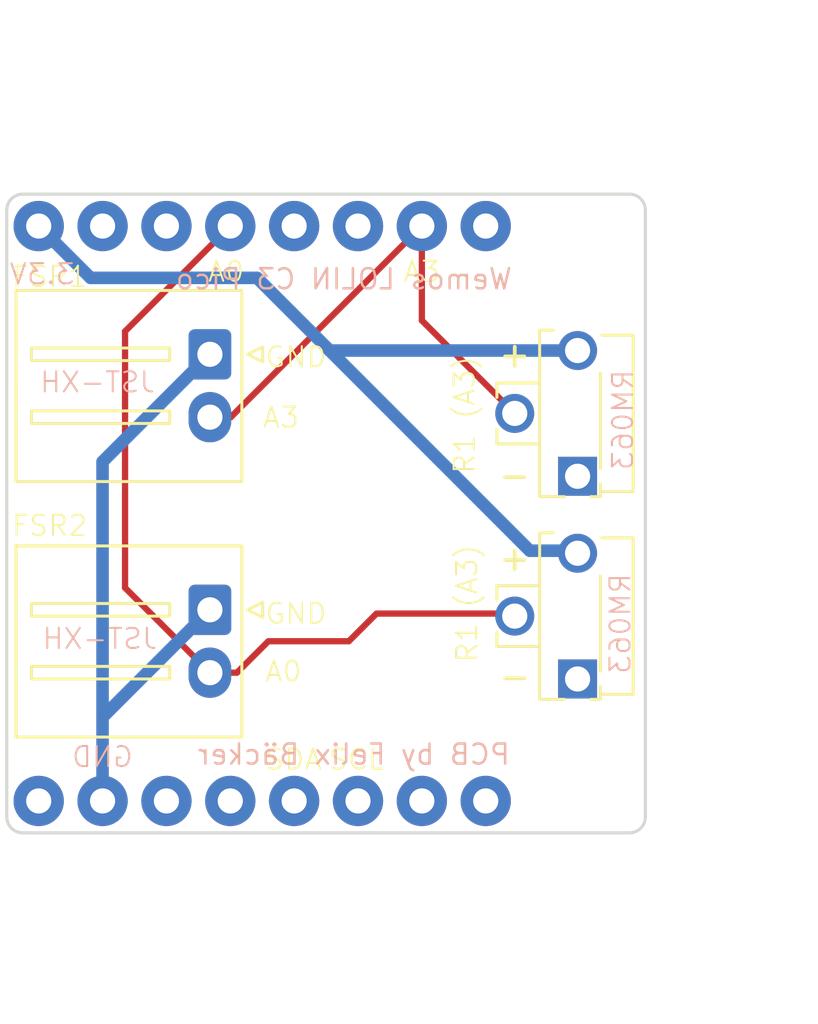
<source format=kicad_pcb>
(kicad_pcb (version 20221018) (generator pcbnew)
  (title_block (title "FSR Bed Sensor PCB for Wemos Lolin-ESP32-C3  ") (rev "V2"))
  (layers (0 "F.Cu" signal) (31 "B.Cu" signal) (34 "B.Paste" user) (35 "F.Paste" user) (36 "B.SilkS" user "B.Silkscreen") (37 "F.SilkS" user "F.Silkscreen") (38 "B.Mask" user) (39 "F.Mask" user) (44 "Edge.Cuts" user))
  (net 0 "")
  (net 1 "VIN")
  (net 2 "GND")
  (net 3 "3.3V")
  (net 4 "RST")
  (net 5 "A3")
  (net 6 "A2")
  (net 7 "A1")
  (net 8 "A0")
  (net 9 "A4")
  (net 10 "A5")
  (net 11 "SCL")
  (net 12 "SDA")
  (footprint "Potentiometer_THT:Potentiometer_Runtron_RM-063_Horizontal" (layer "F.Cu") (at 52.79 49 -90)
    (fp_text reference "R1 (A3)" (at 2 4.4 90) (layer "F.SilkS") (effects (font (size 0.8 0.8) (thickness 0.08))))
    (fp_text value "Potentiometer_Runtron_RM-063_Horizontal")
    (fp_text user "RM063" (at 2.8 -1.7 90 unlocked) (layer "B.SilkS") (effects (font (size 0.8 0.8) (thickness 0.08)) (justify mirror)))
    (fp_text user "+" (at 0.2 2.5 unlocked) (layer "F.SilkS"))
    (fp_text user "-" (at 4.9 2.5 unlocked) (layer "F.SilkS"))
    (fp_line (start -0.81 0.96) (end -0.81 1.51) (stroke (width 0.12)) (layer "F.SilkS"))
    (fp_line (start -0.81 1.51) (end 5.81 1.51) (stroke (width 0.12)) (layer "F.SilkS"))
    (fp_line (start -0.61 -2.21) (end 5.61 -2.21) (stroke (width 0.12)) (layer "F.SilkS"))
    (fp_line (start -0.61 -0.96) (end -0.61 -2.2) (stroke (width 0.12)) (layer "F.SilkS"))
    (fp_line (start 0.9 -0.91) (end 4.7 -0.91) (stroke (width 0.12)) (layer "F.SilkS"))
    (fp_line (start 1.29 1.51) (end 1.29 3.21) (stroke (width 0.12)) (layer "F.SilkS"))
    (fp_line (start 1.29 3.21) (end 1.86 3.21) (stroke (width 0.12)) (layer "F.SilkS"))
    (fp_line (start 3.14 3.21) (end 3.71 3.21) (stroke (width 0.12)) (layer "F.SilkS"))
    (fp_line (start 3.71 1.51) (end 3.71 3.21) (stroke (width 0.12)) (layer "F.SilkS"))
    (fp_line (start 5.29 -0.91) (end 5.81 -0.91) (stroke (width 0.12)) (layer "F.SilkS"))
    (fp_line (start 5.61 -2.21) (end 5.61 -0.91) (stroke (width 0.12)) (layer "F.SilkS"))
    (fp_line (start 5.81 -0.91) (end 5.81 -0.52) (stroke (width 0.12)) (layer "F.SilkS"))
    (fp_line (start 5.81 1.51) (end 5.81 0.52) (stroke (width 0.12)) (layer "F.SilkS"))
    (pad "1" thru_hole oval (at 0 0 270) (size 1.55 1.55) (drill 1) (layers "*.Cu" "*.Mask") (net 3 "3.3V"))
    (pad "2" thru_hole circle (at 2.5 2.5 270) (size 1.55 1.55) (drill 1) (layers "*.Cu" "*.Mask") (net 8 "A0"))
    (pad "3" thru_hole rect (at 5 0 270) (size 1.55 1.55) (drill 1) (layers "*.Cu" "*.Mask"))
  )
  (footprint "Potentiometer_THT:Potentiometer_Runtron_RM-063_Horizontal" (layer "F.Cu") (at 52.79 40.94 -90)
    (fp_text reference "R1 (A3)" (at 2.56 4.5 90) (layer "F.SilkS") (effects (font (size 0.8 0.8) (thickness 0.08))))
    (fp_text value "Potentiometer_Runtron_RM-063_Horizontal")
    (fp_text user "RM063" (at 2.76 -1.8 90 unlocked) (layer "B.SilkS") (effects (font (size 0.8 0.8) (thickness 0.08)) (justify mirror)))
    (fp_text user "-" (at 4.96 2.5 unlocked) (layer "F.SilkS"))
    (fp_text user "+" (at 0.16 2.5 unlocked) (layer "F.SilkS"))
    (fp_line (start -0.81 0.96) (end -0.81 1.51) (stroke (width 0.12)) (layer "F.SilkS"))
    (fp_line (start -0.81 1.51) (end 5.81 1.51) (stroke (width 0.12)) (layer "F.SilkS"))
    (fp_line (start -0.61 -2.21) (end 5.61 -2.21) (stroke (width 0.12)) (layer "F.SilkS"))
    (fp_line (start -0.61 -0.96) (end -0.61 -2.2) (stroke (width 0.12)) (layer "F.SilkS"))
    (fp_line (start 0.9 -0.91) (end 4.7 -0.91) (stroke (width 0.12)) (layer "F.SilkS"))
    (fp_line (start 1.29 1.51) (end 1.29 3.21) (stroke (width 0.12)) (layer "F.SilkS"))
    (fp_line (start 1.29 3.21) (end 1.86 3.21) (stroke (width 0.12)) (layer "F.SilkS"))
    (fp_line (start 3.14 3.21) (end 3.71 3.21) (stroke (width 0.12)) (layer "F.SilkS"))
    (fp_line (start 3.71 1.51) (end 3.71 3.21) (stroke (width 0.12)) (layer "F.SilkS"))
    (fp_line (start 5.29 -0.91) (end 5.81 -0.91) (stroke (width 0.12)) (layer "F.SilkS"))
    (fp_line (start 5.61 -2.21) (end 5.61 -0.91) (stroke (width 0.12)) (layer "F.SilkS"))
    (fp_line (start 5.81 -0.91) (end 5.81 -0.52) (stroke (width 0.12)) (layer "F.SilkS"))
    (fp_line (start 5.81 1.51) (end 5.81 0.52) (stroke (width 0.12)) (layer "F.SilkS"))
    (pad "1" thru_hole oval (at 0 0 270) (size 1.55 1.55) (drill 1) (layers "*.Cu" "*.Mask") (net 3 "3.3V"))
    (pad "2" thru_hole circle (at 2.5 2.5 270) (size 1.55 1.55) (drill 1) (layers "*.Cu" "*.Mask") (net 5 "A3"))
    (pad "3" thru_hole rect (at 5 0 270) (size 1.55 1.55) (drill 1) (layers "*.Cu" "*.Mask"))
  )
  (footprint "Connector_JST:JST_XH_S2B-XH-A-1_1x02_P2.50mm_Horizontal" (layer "F.Cu") (at 30.065 42.34 -90)
    (fp_text reference "FSR1" (at -4.34 -1.725) (layer "F.SilkS") (effects (font (size 0.8 0.8) (thickness 0.08))))
    (fp_text value "ST_XH_S2B-XH-A-1_1x02_P2.50mm_Horizontal" hide)
    (fp_line (start -1.55 -10.2) (end -0.95 -10.2) (stroke (width 0.12)) (layer "F.SilkS"))
    (fp_line (start -1.5 -6.5) (end -1.5 -1) (stroke (width 0.12)) (layer "F.SilkS"))
    (fp_line (start -1.5 -1) (end -1 -1) (stroke (width 0.12)) (layer "F.SilkS"))
    (fp_line (start -1.25 -9.6) (end -1.55 -10.2) (stroke (width 0.12)) (layer "F.SilkS"))
    (fp_line (start -1 -6.5) (end -1.5 -6.5) (stroke (width 0.12)) (layer "F.SilkS"))
    (fp_line (start -1 -1) (end -1 -6.5) (stroke (width 0.12)) (layer "F.SilkS"))
    (fp_line (start -0.95 -10.2) (end -1.25 -9.6) (stroke (width 0.12)) (layer "F.SilkS"))
    (fp_line (start 0 -0.39) (end 3.81 -0.39) (stroke (width 0.12)) (layer "F.SilkS"))
    (fp_line (start 1 -6.5) (end 1 -1) (stroke (width 0.12)) (layer "F.SilkS"))
    (fp_line (start 1 -1) (end 1.5 -1) (stroke (width 0.12)) (layer "F.SilkS"))
    (fp_line (start 1.5 -6.5) (end 1 -6.5) (stroke (width 0.12)) (layer "F.SilkS"))
    (fp_line (start 1.5 -1) (end 1.5 -6.5) (stroke (width 0.12)) (layer "F.SilkS"))
    (fp_rect (start 3.81 -0.39) (end -3.79 -9.37) (stroke (width 0.12)) (fill none) (layer "F.SilkS"))
    (pad "1" thru_hole roundrect (at -1.25 -8.1) (size 1.7 2) (drill 1) (layers "*.Cu" "*.Mask") (roundrect_rratio 0.1470588235) (net 2 "GND"))
    (pad "2" thru_hole oval (at 1.25 -8.1) (size 1.7 2) (drill 1) (layers "*.Cu" "*.Mask") (net 5 "A3"))
  )
  (footprint "MountingHole:MountingHole_2.2mm_M2" (layer "F.Cu") (at 52.89 57.54)
    (fp_text reference "REF**" hide)
    (fp_text value "MountingHole_2.2mm_M2")
    (pad "" np_thru_hole circle (at 0 0.04) (size 2.2 2.2) (drill 2.2) (layers "*.Cu" "*.Mask"))
  )
  (footprint "MountingHole:MountingHole_2.2mm_M2" (layer "F.Cu") (at 52.89 37.3)
    (fp_text reference "REF**" hide)
    (fp_text value "MountingHole_2.2mm_M2")
    (pad "" np_thru_hole circle (at 0 0) (size 2.2 2.2) (drill 2.2) (layers "*.Cu" "*.Mask"))
  )
  (footprint "Connector_JST:JST_XH_S2B-XH-A-1_1x02_P2.50mm_Horizontal" (layer "F.Cu") (at 30.065 52.5 -90)
    (fp_text reference "FSR2" (at -4.6 -1.725) (layer "F.SilkS") (effects (font (size 0.8 0.8) (thickness 0.08))))
    (fp_text value "JST_XH_S2B-XH-A-1_1x02_P2.50mm_Horizontal" hide)
    (fp_line (start -1.55 -10.2) (end -0.95 -10.2) (stroke (width 0.12)) (layer "F.SilkS"))
    (fp_line (start -1.5 -6.5) (end -1.5 -1) (stroke (width 0.12)) (layer "F.SilkS"))
    (fp_line (start -1.5 -1) (end -1 -1) (stroke (width 0.12)) (layer "F.SilkS"))
    (fp_line (start -1.25 -9.6) (end -1.55 -10.2) (stroke (width 0.12)) (layer "F.SilkS"))
    (fp_line (start -1 -6.5) (end -1.5 -6.5) (stroke (width 0.12)) (layer "F.SilkS"))
    (fp_line (start -1 -1) (end -1 -6.5) (stroke (width 0.12)) (layer "F.SilkS"))
    (fp_line (start -0.95 -10.2) (end -1.25 -9.6) (stroke (width 0.12)) (layer "F.SilkS"))
    (fp_line (start 0 -0.39) (end -3.81 -0.39) (stroke (width 0.12)) (layer "F.SilkS"))
    (fp_line (start 0 -0.39) (end 3.81 -0.39) (stroke (width 0.12)) (layer "F.SilkS"))
    (fp_line (start 1 -6.5) (end 1 -1) (stroke (width 0.12)) (layer "F.SilkS"))
    (fp_line (start 1 -1) (end 1.5 -1) (stroke (width 0.12)) (layer "F.SilkS"))
    (fp_line (start 1.5 -6.5) (end 1 -6.5) (stroke (width 0.12)) (layer "F.SilkS"))
    (fp_line (start 1.5 -1) (end 1.5 -6.5) (stroke (width 0.12)) (layer "F.SilkS"))
    (fp_rect (start 3.81 -0.39) (end -3.79 -9.37) (stroke (width 0.12)) (fill none) (layer "F.SilkS"))
    (pad "1" thru_hole roundrect (at -1.25 -8.1) (size 1.7 2) (drill 1) (layers "*.Cu" "*.Mask") (roundrect_rratio 0.1470588235) (net 2 "GND"))
    (pad "2" thru_hole oval (at 1.25 -8.1) (size 1.7 2) (drill 1) (layers "*.Cu" "*.Mask") (net 8 "A0"))
  )
  (footprint "Module:WEMOS_Lolin_ESP32-C3_Pico" (layer "F.Cu") (at 30.085 47.42 -90)
    (fp_text reference "Wemos LOLIN C3 Pico" (at -9.32 -13.405) (layer "B.SilkS") (effects (font (size 0.8 0.8) (thickness 0.1)) (justify mirror)))
    (fp_text value "ESP32-C3")
    (fp_text user "3.3V" (at -9.52 -1.405 unlocked) (layer "B.SilkS") (effects (font (size 0.8 0.8) (thickness 0.08)) (justify mirror)))
    (fp_text user "GND" (at 9.68 -3.805 unlocked) (layer "B.SilkS") (effects (font (size 0.8 0.8) (thickness 0.08)) (justify mirror)))
    (fp_text user "SCL" (at 9.78 -13.905 unlocked) (layer "F.SilkS") (effects (font (size 0.8 0.8) (thickness 0.08))))
    (fp_text user "SDA" (at 9.78 -11.405 unlocked) (layer "F.SilkS") (effects (font (size 0.8 0.8) (thickness 0.08))))
    (fp_line (start -12.7 -24.765) (end -12.7 -0.635) (stroke (width 0.12)) (layer "Edge.Cuts"))
    (fp_line (start -12.065 0) (end 12.065 0) (stroke (width 0.12)) (layer "Edge.Cuts"))
    (fp_line (start 12.065 -25.4) (end -12.065 -25.4) (stroke (width 0.12)) (layer "Edge.Cuts"))
    (fp_line (start 12.7 -0.635) (end 12.7 -24.765) (stroke (width 0.12)) (layer "Edge.Cuts"))
    (fp_arc (start -12.7 -24.765) (mid -12.514013 -25.214013) (end -12.065 -25.4) (stroke (width 0.12)) (layer "Edge.Cuts"))
    (fp_arc (start -12.065 0) (mid -12.514013 -0.185987) (end -12.7 -0.635) (stroke (width 0.12)) (layer "Edge.Cuts"))
    (fp_arc (start 12.065 -25.4) (mid 12.514013 -25.214013) (end 12.7 -24.765) (stroke (width 0.12)) (layer "Edge.Cuts"))
    (fp_arc (start 12.7 -0.635) (mid 12.514013 -0.185987) (end 12.065 0) (stroke (width 0.12)) (layer "Edge.Cuts"))
    (pad "1" thru_hole circle (at -11.43 -19.05 270) (size 2 2) (drill 1) (layers "*.Cu" "*.Mask") (net 4 "RST"))
    (pad "2" thru_hole circle (at -11.43 -16.51 270) (size 2 2) (drill 1) (layers "*.Cu" "*.Mask") (net 5 "A3"))
    (pad "3" thru_hole circle (at -11.43 -13.97 270) (size 2 2) (drill 1) (layers "*.Cu" "*.Mask") (net 6 "A2"))
    (pad "4" thru_hole circle (at -11.43 -11.43 270) (size 2 2) (drill 1) (layers "*.Cu" "*.Mask") (net 7 "A1"))
    (pad "5" thru_hole circle (at -11.43 -8.89 270) (size 2 2) (drill 1) (layers "*.Cu" "*.Mask") (net 8 "A0"))
    (pad "6" thru_hole circle (at -11.43 -6.35 270) (size 2 2) (drill 1) (layers "*.Cu" "*.Mask") (net 9 "A4"))
    (pad "7" thru_hole circle (at -11.43 -3.81 270) (size 2 2) (drill 1) (layers "*.Cu" "*.Mask") (net 10 "A5"))
    (pad "8" thru_hole circle (at -11.43 -1.27 270) (size 2 2) (drill 1) (layers "*.Cu" "*.Mask") (net 3 "3.3V"))
    (pad "9" thru_hole circle (at 11.43 -1.27 270) (size 2 2) (drill 1) (layers "*.Cu" "*.Mask") (net 1 "VIN"))
    (pad "10" thru_hole circle (at 11.43 -3.81 270) (size 2 2) (drill 1) (layers "*.Cu" "*.Mask") (net 2 "GND"))
    (pad "11" thru_hole circle (at 11.43 -6.35 270) (size 2 2) (drill 1) (layers "*.Cu" "*.Mask"))
    (pad "12" thru_hole circle (at 11.43 -8.89 270) (size 2 2) (drill 1) (layers "*.Cu" "*.Mask"))
    (pad "13" thru_hole circle (at 11.43 -11.43 270) (size 2 2) (drill 1) (layers "*.Cu" "*.Mask") (net 12 "SDA"))
    (pad "14" thru_hole circle (at 11.43 -13.97 270) (size 2 2) (drill 1) (layers "*.Cu" "*.Mask") (net 11 "SCL"))
    (pad "15" thru_hole circle (at 11.43 -16.51 270) (size 2 2) (drill 1) (layers "*.Cu" "*.Mask"))
    (pad "16" thru_hole circle (at 11.43 -19.05 270) (size 2 2) (drill 1) (layers "*.Cu" "*.Mask"))
  )
  (gr_text "JST-XH" (at 33.79 52.4) (layer "B.SilkS") (effects (font (size 0.8 0.8) (thickness 0.08)) (justify mirror)))
  (gr_text "PCB by Felix Bäcker" (at 43.89 57) (layer "B.SilkS") (effects (font (size 0.8 0.8) (thickness 0.1)) (justify mirror)))
  (gr_text "JST-XH" (at 33.69 42.2) (layer "B.SilkS") (effects (font (size 0.8 0.8) (thickness 0.08)) (justify mirror)))
  (gr_text "A3" (at 40.99 43.6) (layer "F.SilkS") (effects (font (size 0.8 0.8) (thickness 0.08))))
  (gr_text "GND" (at 41.59 41.2) (layer "F.SilkS") (effects (font (size 0.8 0.8) (thickness 0.08))))
  (gr_text "A0		" (at 41.19 37.8) (layer "F.SilkS") (effects (font (size 0.8 0.8) (thickness 0.08))))
  (gr_text "GND" (at 41.59 51.4) (layer "F.SilkS") (effects (font (size 0.8 0.8) (thickness 0.08))))
  (gr_text "A3" (at 46.59 37.8) (layer "F.SilkS") (effects (font (size 0.8 0.8) (thickness 0.08))))
  (gr_text "A0" (at 41.09 53.7) (layer "F.SilkS") (effects (font (size 0.8 0.8) (thickness 0.08))))
  (segment (start 33.895 58.85) (end 33.895 55.52) (width 0.5) (layer "B.Cu") (net 2))
  (segment (start 33.895 55.52) (end 33.895 45.36) (width 0.5) (layer "B.Cu") (net 2))
  (segment (start 33.895 55.52) (end 38.165 51.25) (width 0.5) (layer "B.Cu") (net 2))
  (segment (start 33.895 45.36) (end 38.165 41.09) (width 0.5) (layer "B.Cu") (net 2))
  (segment (start 42.93 40.94) (end 42.785 40.795) (width 0.5) (layer "B.Cu") (net 3))
  (segment (start 40.04 38.05) (end 41.39 39.4) (width 0.5) (layer "B.Cu") (net 3))
  (segment (start 33.415 38.05) (end 31.355 35.99) (width 0.5) (layer "B.Cu") (net 3))
  (segment (start 52.79 40.94) (end 42.93 40.94) (width 0.5) (layer "B.Cu") (net 3))
  (segment (start 42.785 40.795) (end 40.04 38.05) (width 0.25) (layer "B.Cu") (net 3))
  (segment (start 50.89 48.9) (end 52.79 48.9) (width 0.5) (layer "B.Cu") (net 3))
  (segment (start 45.19 43.2) (end 50.89 48.9) (width 0.5) (layer "B.Cu") (net 3))
  (segment (start 41.39 39.4) (end 45.19 43.2) (width 0.5) (layer "B.Cu") (net 3))
  (segment (start 44.03 42.04) (end 42.785 40.795) (width 0.25) (layer "B.Cu") (net 3))
  (segment (start 33.415 38.05) (end 40.04 38.05) (width 0.5) (layer "B.Cu") (net 3))
  (segment (start 46.595 35.99) (end 38.995 43.59) (width 0.25) (layer "F.Cu") (net 5))
  (segment (start 46.595 35.99) (end 46.595 39.745) (width 0.25) (layer "F.Cu") (net 5))
  (segment (start 38.995 43.59) (end 38.165 43.59) (width 0.25) (layer "F.Cu") (net 5))
  (segment (start 46.595 39.745) (end 50.29 43.44) (width 0.25) (layer "F.Cu") (net 5))
  (segment (start 34.79 40.175) (end 34.79 50.375) (width 0.25) (layer "F.Cu") (net 8))
  (segment (start 44.79 51.4) (end 50.29 51.4) (width 0.25) (layer "F.Cu") (net 8))
  (segment (start 39.24 53.75) (end 40.49 52.5) (width 0.25) (layer "F.Cu") (net 8))
  (segment (start 40.49 52.5) (end 43.69 52.5) (width 0.25) (layer "F.Cu") (net 8))
  (segment (start 34.79 50.375) (end 38.165 53.75) (width 0.25) (layer "F.Cu") (net 8))
  (segment (start 38.165 53.75) (end 39.24 53.75) (width 0.25) (layer "F.Cu") (net 8))
  (segment (start 43.69 52.5) (end 44.79 51.4) (width 0.25) (layer "F.Cu") (net 8))
  (segment (start 38.975 35.99) (end 34.79 40.175) (width 0.25) (layer "F.Cu") (net 8))
)
</source>
